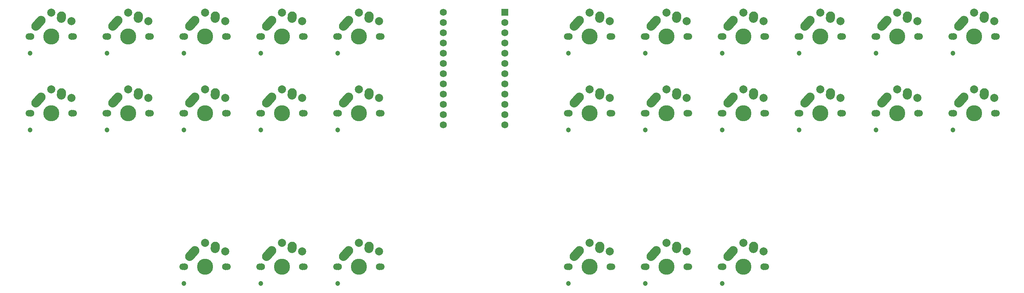
<source format=gts>
G04 #@! TF.GenerationSoftware,KiCad,Pcbnew,(5.1.9)-1*
G04 #@! TF.CreationDate,2021-01-23T16:01:33-08:00*
G04 #@! TF.ProjectId,unisplit_orthosteno,756e6973-706c-4697-945f-6f7274686f73,rev?*
G04 #@! TF.SameCoordinates,Original*
G04 #@! TF.FileFunction,Soldermask,Top*
G04 #@! TF.FilePolarity,Negative*
%FSLAX46Y46*%
G04 Gerber Fmt 4.6, Leading zero omitted, Abs format (unit mm)*
G04 Created by KiCad (PCBNEW (5.1.9)-1) date 2021-01-23 16:01:33*
%MOMM*%
%LPD*%
G01*
G04 APERTURE LIST*
%ADD10C,1.200000*%
%ADD11C,1.700000*%
%ADD12C,2.000000*%
%ADD13C,1.750000*%
%ADD14C,2.250000*%
%ADD15C,3.987800*%
%ADD16C,1.752600*%
%ADD17R,1.752600X1.752600*%
G04 APERTURE END LIST*
D10*
X108286250Y-131200000D03*
D11*
X119006250Y-127000000D03*
X108006250Y-127000000D03*
D12*
X113506250Y-121100000D03*
X118506250Y-123200000D03*
D13*
X118586250Y-127000000D03*
X108426250Y-127000000D03*
D14*
X111006250Y-123000000D03*
D15*
X113506250Y-127000000D03*
G36*
G01*
X108944938Y-125297350D02*
X108944938Y-125297350D01*
G75*
G02*
X108858900Y-123708688I751312J837350D01*
G01*
X110168890Y-122248680D01*
G75*
G02*
X111757552Y-122162642I837350J-751312D01*
G01*
X111757552Y-122162642D01*
G75*
G02*
X111843590Y-123751304I-751312J-837350D01*
G01*
X110533600Y-125211312D01*
G75*
G02*
X108944938Y-125297350I-837350J751312D01*
G01*
G37*
D14*
X116046250Y-121920000D03*
G36*
G01*
X115929733Y-123622395D02*
X115929733Y-123622395D01*
G75*
G02*
X114883855Y-122423483I76517J1122395D01*
G01*
X114923397Y-121843451D01*
G75*
G02*
X116122309Y-120797573I1122395J-76517D01*
G01*
X116122309Y-120797573D01*
G75*
G02*
X117168187Y-121996485I-76517J-1122395D01*
G01*
X117128645Y-122576517D01*
G75*
G02*
X115929733Y-123622395I-1122395J76517D01*
G01*
G37*
D10*
X89236250Y-131200000D03*
D11*
X99956250Y-127000000D03*
X88956250Y-127000000D03*
D12*
X94456250Y-121100000D03*
X99456250Y-123200000D03*
D13*
X99536250Y-127000000D03*
X89376250Y-127000000D03*
D14*
X91956250Y-123000000D03*
D15*
X94456250Y-127000000D03*
G36*
G01*
X89894938Y-125297350D02*
X89894938Y-125297350D01*
G75*
G02*
X89808900Y-123708688I751312J837350D01*
G01*
X91118890Y-122248680D01*
G75*
G02*
X92707552Y-122162642I837350J-751312D01*
G01*
X92707552Y-122162642D01*
G75*
G02*
X92793590Y-123751304I-751312J-837350D01*
G01*
X91483600Y-125211312D01*
G75*
G02*
X89894938Y-125297350I-837350J751312D01*
G01*
G37*
D14*
X96996250Y-121920000D03*
G36*
G01*
X96879733Y-123622395D02*
X96879733Y-123622395D01*
G75*
G02*
X95833855Y-122423483I76517J1122395D01*
G01*
X95873397Y-121843451D01*
G75*
G02*
X97072309Y-120797573I1122395J-76517D01*
G01*
X97072309Y-120797573D01*
G75*
G02*
X98118187Y-121996485I-76517J-1122395D01*
G01*
X98078645Y-122576517D01*
G75*
G02*
X96879733Y-123622395I-1122395J76517D01*
G01*
G37*
D10*
X70186250Y-131200000D03*
D11*
X80906250Y-127000000D03*
X69906250Y-127000000D03*
D12*
X75406250Y-121100000D03*
X80406250Y-123200000D03*
D13*
X80486250Y-127000000D03*
X70326250Y-127000000D03*
D14*
X72906250Y-123000000D03*
D15*
X75406250Y-127000000D03*
G36*
G01*
X70844938Y-125297350D02*
X70844938Y-125297350D01*
G75*
G02*
X70758900Y-123708688I751312J837350D01*
G01*
X72068890Y-122248680D01*
G75*
G02*
X73657552Y-122162642I837350J-751312D01*
G01*
X73657552Y-122162642D01*
G75*
G02*
X73743590Y-123751304I-751312J-837350D01*
G01*
X72433600Y-125211312D01*
G75*
G02*
X70844938Y-125297350I-837350J751312D01*
G01*
G37*
D14*
X77946250Y-121920000D03*
G36*
G01*
X77829733Y-123622395D02*
X77829733Y-123622395D01*
G75*
G02*
X76783855Y-122423483I76517J1122395D01*
G01*
X76823397Y-121843451D01*
G75*
G02*
X78022309Y-120797573I1122395J-76517D01*
G01*
X78022309Y-120797573D01*
G75*
G02*
X79068187Y-121996485I-76517J-1122395D01*
G01*
X79028645Y-122576517D01*
G75*
G02*
X77829733Y-123622395I-1122395J76517D01*
G01*
G37*
D10*
X203536250Y-131200000D03*
D11*
X214256250Y-127000000D03*
X203256250Y-127000000D03*
D12*
X208756250Y-121100000D03*
X213756250Y-123200000D03*
D13*
X213836250Y-127000000D03*
X203676250Y-127000000D03*
D14*
X206256250Y-123000000D03*
D15*
X208756250Y-127000000D03*
G36*
G01*
X204194938Y-125297350D02*
X204194938Y-125297350D01*
G75*
G02*
X204108900Y-123708688I751312J837350D01*
G01*
X205418890Y-122248680D01*
G75*
G02*
X207007552Y-122162642I837350J-751312D01*
G01*
X207007552Y-122162642D01*
G75*
G02*
X207093590Y-123751304I-751312J-837350D01*
G01*
X205783600Y-125211312D01*
G75*
G02*
X204194938Y-125297350I-837350J751312D01*
G01*
G37*
D14*
X211296250Y-121920000D03*
G36*
G01*
X211179733Y-123622395D02*
X211179733Y-123622395D01*
G75*
G02*
X210133855Y-122423483I76517J1122395D01*
G01*
X210173397Y-121843451D01*
G75*
G02*
X211372309Y-120797573I1122395J-76517D01*
G01*
X211372309Y-120797573D01*
G75*
G02*
X212418187Y-121996485I-76517J-1122395D01*
G01*
X212378645Y-122576517D01*
G75*
G02*
X211179733Y-123622395I-1122395J76517D01*
G01*
G37*
D10*
X89236250Y-93100000D03*
D11*
X99956250Y-88900000D03*
X88956250Y-88900000D03*
D12*
X94456250Y-83000000D03*
X99456250Y-85100000D03*
D13*
X99536250Y-88900000D03*
X89376250Y-88900000D03*
D14*
X91956250Y-84900000D03*
D15*
X94456250Y-88900000D03*
G36*
G01*
X89894938Y-87197350D02*
X89894938Y-87197350D01*
G75*
G02*
X89808900Y-85608688I751312J837350D01*
G01*
X91118890Y-84148680D01*
G75*
G02*
X92707552Y-84062642I837350J-751312D01*
G01*
X92707552Y-84062642D01*
G75*
G02*
X92793590Y-85651304I-751312J-837350D01*
G01*
X91483600Y-87111312D01*
G75*
G02*
X89894938Y-87197350I-837350J751312D01*
G01*
G37*
D14*
X96996250Y-83820000D03*
G36*
G01*
X96879733Y-85522395D02*
X96879733Y-85522395D01*
G75*
G02*
X95833855Y-84323483I76517J1122395D01*
G01*
X95873397Y-83743451D01*
G75*
G02*
X97072309Y-82697573I1122395J-76517D01*
G01*
X97072309Y-82697573D01*
G75*
G02*
X98118187Y-83896485I-76517J-1122395D01*
G01*
X98078645Y-84476517D01*
G75*
G02*
X96879733Y-85522395I-1122395J76517D01*
G01*
G37*
D10*
X70186250Y-74050000D03*
D11*
X80906250Y-69850000D03*
X69906250Y-69850000D03*
D12*
X75406250Y-63950000D03*
X80406250Y-66050000D03*
D13*
X80486250Y-69850000D03*
X70326250Y-69850000D03*
D14*
X72906250Y-65850000D03*
D15*
X75406250Y-69850000D03*
G36*
G01*
X70844938Y-68147350D02*
X70844938Y-68147350D01*
G75*
G02*
X70758900Y-66558688I751312J837350D01*
G01*
X72068890Y-65098680D01*
G75*
G02*
X73657552Y-65012642I837350J-751312D01*
G01*
X73657552Y-65012642D01*
G75*
G02*
X73743590Y-66601304I-751312J-837350D01*
G01*
X72433600Y-68061312D01*
G75*
G02*
X70844938Y-68147350I-837350J751312D01*
G01*
G37*
D14*
X77946250Y-64770000D03*
G36*
G01*
X77829733Y-66472395D02*
X77829733Y-66472395D01*
G75*
G02*
X76783855Y-65273483I76517J1122395D01*
G01*
X76823397Y-64693451D01*
G75*
G02*
X78022309Y-63647573I1122395J-76517D01*
G01*
X78022309Y-63647573D01*
G75*
G02*
X79068187Y-64846485I-76517J-1122395D01*
G01*
X79028645Y-65426517D01*
G75*
G02*
X77829733Y-66472395I-1122395J76517D01*
G01*
G37*
D10*
X51136250Y-93100000D03*
D11*
X61856250Y-88900000D03*
X50856250Y-88900000D03*
D12*
X56356250Y-83000000D03*
X61356250Y-85100000D03*
D13*
X61436250Y-88900000D03*
X51276250Y-88900000D03*
D14*
X53856250Y-84900000D03*
D15*
X56356250Y-88900000D03*
G36*
G01*
X51794938Y-87197350D02*
X51794938Y-87197350D01*
G75*
G02*
X51708900Y-85608688I751312J837350D01*
G01*
X53018890Y-84148680D01*
G75*
G02*
X54607552Y-84062642I837350J-751312D01*
G01*
X54607552Y-84062642D01*
G75*
G02*
X54693590Y-85651304I-751312J-837350D01*
G01*
X53383600Y-87111312D01*
G75*
G02*
X51794938Y-87197350I-837350J751312D01*
G01*
G37*
D14*
X58896250Y-83820000D03*
G36*
G01*
X58779733Y-85522395D02*
X58779733Y-85522395D01*
G75*
G02*
X57733855Y-84323483I76517J1122395D01*
G01*
X57773397Y-83743451D01*
G75*
G02*
X58972309Y-82697573I1122395J-76517D01*
G01*
X58972309Y-82697573D01*
G75*
G02*
X60018187Y-83896485I-76517J-1122395D01*
G01*
X59978645Y-84476517D01*
G75*
G02*
X58779733Y-85522395I-1122395J76517D01*
G01*
G37*
D10*
X32086250Y-93100000D03*
D11*
X42806250Y-88900000D03*
X31806250Y-88900000D03*
D12*
X37306250Y-83000000D03*
X42306250Y-85100000D03*
D13*
X42386250Y-88900000D03*
X32226250Y-88900000D03*
D14*
X34806250Y-84900000D03*
D15*
X37306250Y-88900000D03*
G36*
G01*
X32744938Y-87197350D02*
X32744938Y-87197350D01*
G75*
G02*
X32658900Y-85608688I751312J837350D01*
G01*
X33968890Y-84148680D01*
G75*
G02*
X35557552Y-84062642I837350J-751312D01*
G01*
X35557552Y-84062642D01*
G75*
G02*
X35643590Y-85651304I-751312J-837350D01*
G01*
X34333600Y-87111312D01*
G75*
G02*
X32744938Y-87197350I-837350J751312D01*
G01*
G37*
D14*
X39846250Y-83820000D03*
G36*
G01*
X39729733Y-85522395D02*
X39729733Y-85522395D01*
G75*
G02*
X38683855Y-84323483I76517J1122395D01*
G01*
X38723397Y-83743451D01*
G75*
G02*
X39922309Y-82697573I1122395J-76517D01*
G01*
X39922309Y-82697573D01*
G75*
G02*
X40968187Y-83896485I-76517J-1122395D01*
G01*
X40928645Y-84476517D01*
G75*
G02*
X39729733Y-85522395I-1122395J76517D01*
G01*
G37*
D10*
X32086250Y-74050000D03*
D11*
X42806250Y-69850000D03*
X31806250Y-69850000D03*
D12*
X37306250Y-63950000D03*
X42306250Y-66050000D03*
D13*
X42386250Y-69850000D03*
X32226250Y-69850000D03*
D14*
X34806250Y-65850000D03*
D15*
X37306250Y-69850000D03*
G36*
G01*
X32744938Y-68147350D02*
X32744938Y-68147350D01*
G75*
G02*
X32658900Y-66558688I751312J837350D01*
G01*
X33968890Y-65098680D01*
G75*
G02*
X35557552Y-65012642I837350J-751312D01*
G01*
X35557552Y-65012642D01*
G75*
G02*
X35643590Y-66601304I-751312J-837350D01*
G01*
X34333600Y-68061312D01*
G75*
G02*
X32744938Y-68147350I-837350J751312D01*
G01*
G37*
D14*
X39846250Y-64770000D03*
G36*
G01*
X39729733Y-66472395D02*
X39729733Y-66472395D01*
G75*
G02*
X38683855Y-65273483I76517J1122395D01*
G01*
X38723397Y-64693451D01*
G75*
G02*
X39922309Y-63647573I1122395J-76517D01*
G01*
X39922309Y-63647573D01*
G75*
G02*
X40968187Y-64846485I-76517J-1122395D01*
G01*
X40928645Y-65426517D01*
G75*
G02*
X39729733Y-66472395I-1122395J76517D01*
G01*
G37*
D10*
X108286250Y-93100000D03*
D11*
X119006250Y-88900000D03*
X108006250Y-88900000D03*
D12*
X113506250Y-83000000D03*
X118506250Y-85100000D03*
D13*
X118586250Y-88900000D03*
X108426250Y-88900000D03*
D14*
X111006250Y-84900000D03*
D15*
X113506250Y-88900000D03*
G36*
G01*
X108944938Y-87197350D02*
X108944938Y-87197350D01*
G75*
G02*
X108858900Y-85608688I751312J837350D01*
G01*
X110168890Y-84148680D01*
G75*
G02*
X111757552Y-84062642I837350J-751312D01*
G01*
X111757552Y-84062642D01*
G75*
G02*
X111843590Y-85651304I-751312J-837350D01*
G01*
X110533600Y-87111312D01*
G75*
G02*
X108944938Y-87197350I-837350J751312D01*
G01*
G37*
D14*
X116046250Y-83820000D03*
G36*
G01*
X115929733Y-85522395D02*
X115929733Y-85522395D01*
G75*
G02*
X114883855Y-84323483I76517J1122395D01*
G01*
X114923397Y-83743451D01*
G75*
G02*
X116122309Y-82697573I1122395J-76517D01*
G01*
X116122309Y-82697573D01*
G75*
G02*
X117168187Y-83896485I-76517J-1122395D01*
G01*
X117128645Y-84476517D01*
G75*
G02*
X115929733Y-85522395I-1122395J76517D01*
G01*
G37*
D10*
X108286250Y-74050000D03*
D11*
X119006250Y-69850000D03*
X108006250Y-69850000D03*
D12*
X113506250Y-63950000D03*
X118506250Y-66050000D03*
D13*
X118586250Y-69850000D03*
X108426250Y-69850000D03*
D14*
X111006250Y-65850000D03*
D15*
X113506250Y-69850000D03*
G36*
G01*
X108944938Y-68147350D02*
X108944938Y-68147350D01*
G75*
G02*
X108858900Y-66558688I751312J837350D01*
G01*
X110168890Y-65098680D01*
G75*
G02*
X111757552Y-65012642I837350J-751312D01*
G01*
X111757552Y-65012642D01*
G75*
G02*
X111843590Y-66601304I-751312J-837350D01*
G01*
X110533600Y-68061312D01*
G75*
G02*
X108944938Y-68147350I-837350J751312D01*
G01*
G37*
D14*
X116046250Y-64770000D03*
G36*
G01*
X115929733Y-66472395D02*
X115929733Y-66472395D01*
G75*
G02*
X114883855Y-65273483I76517J1122395D01*
G01*
X114923397Y-64693451D01*
G75*
G02*
X116122309Y-63647573I1122395J-76517D01*
G01*
X116122309Y-63647573D01*
G75*
G02*
X117168187Y-64846485I-76517J-1122395D01*
G01*
X117128645Y-65426517D01*
G75*
G02*
X115929733Y-66472395I-1122395J76517D01*
G01*
G37*
D16*
X134461250Y-63817500D03*
X149701250Y-91757500D03*
X134461250Y-66357500D03*
X134461250Y-68897500D03*
X134461250Y-71437500D03*
X134461250Y-73977500D03*
X134461250Y-76517500D03*
X134461250Y-79057500D03*
X134461250Y-81597500D03*
X134461250Y-84137500D03*
X134461250Y-86677500D03*
X134461250Y-89217500D03*
X134461250Y-91757500D03*
X149701250Y-89217500D03*
X149701250Y-86677500D03*
X149701250Y-84137500D03*
X149701250Y-81597500D03*
X149701250Y-79057500D03*
X149701250Y-76517500D03*
X149701250Y-73977500D03*
X149701250Y-71437500D03*
X149701250Y-68897500D03*
X149701250Y-66357500D03*
D17*
X149701250Y-63817500D03*
D10*
X184486250Y-131200000D03*
D11*
X195206250Y-127000000D03*
X184206250Y-127000000D03*
D12*
X189706250Y-121100000D03*
X194706250Y-123200000D03*
D13*
X194786250Y-127000000D03*
X184626250Y-127000000D03*
D14*
X187206250Y-123000000D03*
D15*
X189706250Y-127000000D03*
G36*
G01*
X185144938Y-125297350D02*
X185144938Y-125297350D01*
G75*
G02*
X185058900Y-123708688I751312J837350D01*
G01*
X186368890Y-122248680D01*
G75*
G02*
X187957552Y-122162642I837350J-751312D01*
G01*
X187957552Y-122162642D01*
G75*
G02*
X188043590Y-123751304I-751312J-837350D01*
G01*
X186733600Y-125211312D01*
G75*
G02*
X185144938Y-125297350I-837350J751312D01*
G01*
G37*
D14*
X192246250Y-121920000D03*
G36*
G01*
X192129733Y-123622395D02*
X192129733Y-123622395D01*
G75*
G02*
X191083855Y-122423483I76517J1122395D01*
G01*
X191123397Y-121843451D01*
G75*
G02*
X192322309Y-120797573I1122395J-76517D01*
G01*
X192322309Y-120797573D01*
G75*
G02*
X193368187Y-121996485I-76517J-1122395D01*
G01*
X193328645Y-122576517D01*
G75*
G02*
X192129733Y-123622395I-1122395J76517D01*
G01*
G37*
D10*
X165436250Y-131200000D03*
D11*
X176156250Y-127000000D03*
X165156250Y-127000000D03*
D12*
X170656250Y-121100000D03*
X175656250Y-123200000D03*
D13*
X175736250Y-127000000D03*
X165576250Y-127000000D03*
D14*
X168156250Y-123000000D03*
D15*
X170656250Y-127000000D03*
G36*
G01*
X166094938Y-125297350D02*
X166094938Y-125297350D01*
G75*
G02*
X166008900Y-123708688I751312J837350D01*
G01*
X167318890Y-122248680D01*
G75*
G02*
X168907552Y-122162642I837350J-751312D01*
G01*
X168907552Y-122162642D01*
G75*
G02*
X168993590Y-123751304I-751312J-837350D01*
G01*
X167683600Y-125211312D01*
G75*
G02*
X166094938Y-125297350I-837350J751312D01*
G01*
G37*
D14*
X173196250Y-121920000D03*
G36*
G01*
X173079733Y-123622395D02*
X173079733Y-123622395D01*
G75*
G02*
X172033855Y-122423483I76517J1122395D01*
G01*
X172073397Y-121843451D01*
G75*
G02*
X173272309Y-120797573I1122395J-76517D01*
G01*
X173272309Y-120797573D01*
G75*
G02*
X174318187Y-121996485I-76517J-1122395D01*
G01*
X174278645Y-122576517D01*
G75*
G02*
X173079733Y-123622395I-1122395J76517D01*
G01*
G37*
D10*
X260686250Y-93100000D03*
D11*
X271406250Y-88900000D03*
X260406250Y-88900000D03*
D12*
X265906250Y-83000000D03*
X270906250Y-85100000D03*
D13*
X270986250Y-88900000D03*
X260826250Y-88900000D03*
D14*
X263406250Y-84900000D03*
D15*
X265906250Y-88900000D03*
G36*
G01*
X261344938Y-87197350D02*
X261344938Y-87197350D01*
G75*
G02*
X261258900Y-85608688I751312J837350D01*
G01*
X262568890Y-84148680D01*
G75*
G02*
X264157552Y-84062642I837350J-751312D01*
G01*
X264157552Y-84062642D01*
G75*
G02*
X264243590Y-85651304I-751312J-837350D01*
G01*
X262933600Y-87111312D01*
G75*
G02*
X261344938Y-87197350I-837350J751312D01*
G01*
G37*
D14*
X268446250Y-83820000D03*
G36*
G01*
X268329733Y-85522395D02*
X268329733Y-85522395D01*
G75*
G02*
X267283855Y-84323483I76517J1122395D01*
G01*
X267323397Y-83743451D01*
G75*
G02*
X268522309Y-82697573I1122395J-76517D01*
G01*
X268522309Y-82697573D01*
G75*
G02*
X269568187Y-83896485I-76517J-1122395D01*
G01*
X269528645Y-84476517D01*
G75*
G02*
X268329733Y-85522395I-1122395J76517D01*
G01*
G37*
D10*
X241636250Y-93100000D03*
D11*
X252356250Y-88900000D03*
X241356250Y-88900000D03*
D12*
X246856250Y-83000000D03*
X251856250Y-85100000D03*
D13*
X251936250Y-88900000D03*
X241776250Y-88900000D03*
D14*
X244356250Y-84900000D03*
D15*
X246856250Y-88900000D03*
G36*
G01*
X242294938Y-87197350D02*
X242294938Y-87197350D01*
G75*
G02*
X242208900Y-85608688I751312J837350D01*
G01*
X243518890Y-84148680D01*
G75*
G02*
X245107552Y-84062642I837350J-751312D01*
G01*
X245107552Y-84062642D01*
G75*
G02*
X245193590Y-85651304I-751312J-837350D01*
G01*
X243883600Y-87111312D01*
G75*
G02*
X242294938Y-87197350I-837350J751312D01*
G01*
G37*
D14*
X249396250Y-83820000D03*
G36*
G01*
X249279733Y-85522395D02*
X249279733Y-85522395D01*
G75*
G02*
X248233855Y-84323483I76517J1122395D01*
G01*
X248273397Y-83743451D01*
G75*
G02*
X249472309Y-82697573I1122395J-76517D01*
G01*
X249472309Y-82697573D01*
G75*
G02*
X250518187Y-83896485I-76517J-1122395D01*
G01*
X250478645Y-84476517D01*
G75*
G02*
X249279733Y-85522395I-1122395J76517D01*
G01*
G37*
D10*
X222586250Y-93100000D03*
D11*
X233306250Y-88900000D03*
X222306250Y-88900000D03*
D12*
X227806250Y-83000000D03*
X232806250Y-85100000D03*
D13*
X232886250Y-88900000D03*
X222726250Y-88900000D03*
D14*
X225306250Y-84900000D03*
D15*
X227806250Y-88900000D03*
G36*
G01*
X223244938Y-87197350D02*
X223244938Y-87197350D01*
G75*
G02*
X223158900Y-85608688I751312J837350D01*
G01*
X224468890Y-84148680D01*
G75*
G02*
X226057552Y-84062642I837350J-751312D01*
G01*
X226057552Y-84062642D01*
G75*
G02*
X226143590Y-85651304I-751312J-837350D01*
G01*
X224833600Y-87111312D01*
G75*
G02*
X223244938Y-87197350I-837350J751312D01*
G01*
G37*
D14*
X230346250Y-83820000D03*
G36*
G01*
X230229733Y-85522395D02*
X230229733Y-85522395D01*
G75*
G02*
X229183855Y-84323483I76517J1122395D01*
G01*
X229223397Y-83743451D01*
G75*
G02*
X230422309Y-82697573I1122395J-76517D01*
G01*
X230422309Y-82697573D01*
G75*
G02*
X231468187Y-83896485I-76517J-1122395D01*
G01*
X231428645Y-84476517D01*
G75*
G02*
X230229733Y-85522395I-1122395J76517D01*
G01*
G37*
D10*
X203536250Y-93100000D03*
D11*
X214256250Y-88900000D03*
X203256250Y-88900000D03*
D12*
X208756250Y-83000000D03*
X213756250Y-85100000D03*
D13*
X213836250Y-88900000D03*
X203676250Y-88900000D03*
D14*
X206256250Y-84900000D03*
D15*
X208756250Y-88900000D03*
G36*
G01*
X204194938Y-87197350D02*
X204194938Y-87197350D01*
G75*
G02*
X204108900Y-85608688I751312J837350D01*
G01*
X205418890Y-84148680D01*
G75*
G02*
X207007552Y-84062642I837350J-751312D01*
G01*
X207007552Y-84062642D01*
G75*
G02*
X207093590Y-85651304I-751312J-837350D01*
G01*
X205783600Y-87111312D01*
G75*
G02*
X204194938Y-87197350I-837350J751312D01*
G01*
G37*
D14*
X211296250Y-83820000D03*
G36*
G01*
X211179733Y-85522395D02*
X211179733Y-85522395D01*
G75*
G02*
X210133855Y-84323483I76517J1122395D01*
G01*
X210173397Y-83743451D01*
G75*
G02*
X211372309Y-82697573I1122395J-76517D01*
G01*
X211372309Y-82697573D01*
G75*
G02*
X212418187Y-83896485I-76517J-1122395D01*
G01*
X212378645Y-84476517D01*
G75*
G02*
X211179733Y-85522395I-1122395J76517D01*
G01*
G37*
D10*
X184486250Y-93100000D03*
D11*
X195206250Y-88900000D03*
X184206250Y-88900000D03*
D12*
X189706250Y-83000000D03*
X194706250Y-85100000D03*
D13*
X194786250Y-88900000D03*
X184626250Y-88900000D03*
D14*
X187206250Y-84900000D03*
D15*
X189706250Y-88900000D03*
G36*
G01*
X185144938Y-87197350D02*
X185144938Y-87197350D01*
G75*
G02*
X185058900Y-85608688I751312J837350D01*
G01*
X186368890Y-84148680D01*
G75*
G02*
X187957552Y-84062642I837350J-751312D01*
G01*
X187957552Y-84062642D01*
G75*
G02*
X188043590Y-85651304I-751312J-837350D01*
G01*
X186733600Y-87111312D01*
G75*
G02*
X185144938Y-87197350I-837350J751312D01*
G01*
G37*
D14*
X192246250Y-83820000D03*
G36*
G01*
X192129733Y-85522395D02*
X192129733Y-85522395D01*
G75*
G02*
X191083855Y-84323483I76517J1122395D01*
G01*
X191123397Y-83743451D01*
G75*
G02*
X192322309Y-82697573I1122395J-76517D01*
G01*
X192322309Y-82697573D01*
G75*
G02*
X193368187Y-83896485I-76517J-1122395D01*
G01*
X193328645Y-84476517D01*
G75*
G02*
X192129733Y-85522395I-1122395J76517D01*
G01*
G37*
D10*
X165436250Y-93100000D03*
D11*
X176156250Y-88900000D03*
X165156250Y-88900000D03*
D12*
X170656250Y-83000000D03*
X175656250Y-85100000D03*
D13*
X175736250Y-88900000D03*
X165576250Y-88900000D03*
D14*
X168156250Y-84900000D03*
D15*
X170656250Y-88900000D03*
G36*
G01*
X166094938Y-87197350D02*
X166094938Y-87197350D01*
G75*
G02*
X166008900Y-85608688I751312J837350D01*
G01*
X167318890Y-84148680D01*
G75*
G02*
X168907552Y-84062642I837350J-751312D01*
G01*
X168907552Y-84062642D01*
G75*
G02*
X168993590Y-85651304I-751312J-837350D01*
G01*
X167683600Y-87111312D01*
G75*
G02*
X166094938Y-87197350I-837350J751312D01*
G01*
G37*
D14*
X173196250Y-83820000D03*
G36*
G01*
X173079733Y-85522395D02*
X173079733Y-85522395D01*
G75*
G02*
X172033855Y-84323483I76517J1122395D01*
G01*
X172073397Y-83743451D01*
G75*
G02*
X173272309Y-82697573I1122395J-76517D01*
G01*
X173272309Y-82697573D01*
G75*
G02*
X174318187Y-83896485I-76517J-1122395D01*
G01*
X174278645Y-84476517D01*
G75*
G02*
X173079733Y-85522395I-1122395J76517D01*
G01*
G37*
D10*
X70186250Y-93100000D03*
D11*
X80906250Y-88900000D03*
X69906250Y-88900000D03*
D12*
X75406250Y-83000000D03*
X80406250Y-85100000D03*
D13*
X80486250Y-88900000D03*
X70326250Y-88900000D03*
D14*
X72906250Y-84900000D03*
D15*
X75406250Y-88900000D03*
G36*
G01*
X70844938Y-87197350D02*
X70844938Y-87197350D01*
G75*
G02*
X70758900Y-85608688I751312J837350D01*
G01*
X72068890Y-84148680D01*
G75*
G02*
X73657552Y-84062642I837350J-751312D01*
G01*
X73657552Y-84062642D01*
G75*
G02*
X73743590Y-85651304I-751312J-837350D01*
G01*
X72433600Y-87111312D01*
G75*
G02*
X70844938Y-87197350I-837350J751312D01*
G01*
G37*
D14*
X77946250Y-83820000D03*
G36*
G01*
X77829733Y-85522395D02*
X77829733Y-85522395D01*
G75*
G02*
X76783855Y-84323483I76517J1122395D01*
G01*
X76823397Y-83743451D01*
G75*
G02*
X78022309Y-82697573I1122395J-76517D01*
G01*
X78022309Y-82697573D01*
G75*
G02*
X79068187Y-83896485I-76517J-1122395D01*
G01*
X79028645Y-84476517D01*
G75*
G02*
X77829733Y-85522395I-1122395J76517D01*
G01*
G37*
D10*
X260686250Y-74050000D03*
D11*
X271406250Y-69850000D03*
X260406250Y-69850000D03*
D12*
X265906250Y-63950000D03*
X270906250Y-66050000D03*
D13*
X270986250Y-69850000D03*
X260826250Y-69850000D03*
D14*
X263406250Y-65850000D03*
D15*
X265906250Y-69850000D03*
G36*
G01*
X261344938Y-68147350D02*
X261344938Y-68147350D01*
G75*
G02*
X261258900Y-66558688I751312J837350D01*
G01*
X262568890Y-65098680D01*
G75*
G02*
X264157552Y-65012642I837350J-751312D01*
G01*
X264157552Y-65012642D01*
G75*
G02*
X264243590Y-66601304I-751312J-837350D01*
G01*
X262933600Y-68061312D01*
G75*
G02*
X261344938Y-68147350I-837350J751312D01*
G01*
G37*
D14*
X268446250Y-64770000D03*
G36*
G01*
X268329733Y-66472395D02*
X268329733Y-66472395D01*
G75*
G02*
X267283855Y-65273483I76517J1122395D01*
G01*
X267323397Y-64693451D01*
G75*
G02*
X268522309Y-63647573I1122395J-76517D01*
G01*
X268522309Y-63647573D01*
G75*
G02*
X269568187Y-64846485I-76517J-1122395D01*
G01*
X269528645Y-65426517D01*
G75*
G02*
X268329733Y-66472395I-1122395J76517D01*
G01*
G37*
D10*
X241636250Y-74050000D03*
D11*
X252356250Y-69850000D03*
X241356250Y-69850000D03*
D12*
X246856250Y-63950000D03*
X251856250Y-66050000D03*
D13*
X251936250Y-69850000D03*
X241776250Y-69850000D03*
D14*
X244356250Y-65850000D03*
D15*
X246856250Y-69850000D03*
G36*
G01*
X242294938Y-68147350D02*
X242294938Y-68147350D01*
G75*
G02*
X242208900Y-66558688I751312J837350D01*
G01*
X243518890Y-65098680D01*
G75*
G02*
X245107552Y-65012642I837350J-751312D01*
G01*
X245107552Y-65012642D01*
G75*
G02*
X245193590Y-66601304I-751312J-837350D01*
G01*
X243883600Y-68061312D01*
G75*
G02*
X242294938Y-68147350I-837350J751312D01*
G01*
G37*
D14*
X249396250Y-64770000D03*
G36*
G01*
X249279733Y-66472395D02*
X249279733Y-66472395D01*
G75*
G02*
X248233855Y-65273483I76517J1122395D01*
G01*
X248273397Y-64693451D01*
G75*
G02*
X249472309Y-63647573I1122395J-76517D01*
G01*
X249472309Y-63647573D01*
G75*
G02*
X250518187Y-64846485I-76517J-1122395D01*
G01*
X250478645Y-65426517D01*
G75*
G02*
X249279733Y-66472395I-1122395J76517D01*
G01*
G37*
D10*
X222586250Y-74050000D03*
D11*
X233306250Y-69850000D03*
X222306250Y-69850000D03*
D12*
X227806250Y-63950000D03*
X232806250Y-66050000D03*
D13*
X232886250Y-69850000D03*
X222726250Y-69850000D03*
D14*
X225306250Y-65850000D03*
D15*
X227806250Y-69850000D03*
G36*
G01*
X223244938Y-68147350D02*
X223244938Y-68147350D01*
G75*
G02*
X223158900Y-66558688I751312J837350D01*
G01*
X224468890Y-65098680D01*
G75*
G02*
X226057552Y-65012642I837350J-751312D01*
G01*
X226057552Y-65012642D01*
G75*
G02*
X226143590Y-66601304I-751312J-837350D01*
G01*
X224833600Y-68061312D01*
G75*
G02*
X223244938Y-68147350I-837350J751312D01*
G01*
G37*
D14*
X230346250Y-64770000D03*
G36*
G01*
X230229733Y-66472395D02*
X230229733Y-66472395D01*
G75*
G02*
X229183855Y-65273483I76517J1122395D01*
G01*
X229223397Y-64693451D01*
G75*
G02*
X230422309Y-63647573I1122395J-76517D01*
G01*
X230422309Y-63647573D01*
G75*
G02*
X231468187Y-64846485I-76517J-1122395D01*
G01*
X231428645Y-65426517D01*
G75*
G02*
X230229733Y-66472395I-1122395J76517D01*
G01*
G37*
D10*
X203536250Y-74050000D03*
D11*
X214256250Y-69850000D03*
X203256250Y-69850000D03*
D12*
X208756250Y-63950000D03*
X213756250Y-66050000D03*
D13*
X213836250Y-69850000D03*
X203676250Y-69850000D03*
D14*
X206256250Y-65850000D03*
D15*
X208756250Y-69850000D03*
G36*
G01*
X204194938Y-68147350D02*
X204194938Y-68147350D01*
G75*
G02*
X204108900Y-66558688I751312J837350D01*
G01*
X205418890Y-65098680D01*
G75*
G02*
X207007552Y-65012642I837350J-751312D01*
G01*
X207007552Y-65012642D01*
G75*
G02*
X207093590Y-66601304I-751312J-837350D01*
G01*
X205783600Y-68061312D01*
G75*
G02*
X204194938Y-68147350I-837350J751312D01*
G01*
G37*
D14*
X211296250Y-64770000D03*
G36*
G01*
X211179733Y-66472395D02*
X211179733Y-66472395D01*
G75*
G02*
X210133855Y-65273483I76517J1122395D01*
G01*
X210173397Y-64693451D01*
G75*
G02*
X211372309Y-63647573I1122395J-76517D01*
G01*
X211372309Y-63647573D01*
G75*
G02*
X212418187Y-64846485I-76517J-1122395D01*
G01*
X212378645Y-65426517D01*
G75*
G02*
X211179733Y-66472395I-1122395J76517D01*
G01*
G37*
D10*
X184486250Y-74050000D03*
D11*
X195206250Y-69850000D03*
X184206250Y-69850000D03*
D12*
X189706250Y-63950000D03*
X194706250Y-66050000D03*
D13*
X194786250Y-69850000D03*
X184626250Y-69850000D03*
D14*
X187206250Y-65850000D03*
D15*
X189706250Y-69850000D03*
G36*
G01*
X185144938Y-68147350D02*
X185144938Y-68147350D01*
G75*
G02*
X185058900Y-66558688I751312J837350D01*
G01*
X186368890Y-65098680D01*
G75*
G02*
X187957552Y-65012642I837350J-751312D01*
G01*
X187957552Y-65012642D01*
G75*
G02*
X188043590Y-66601304I-751312J-837350D01*
G01*
X186733600Y-68061312D01*
G75*
G02*
X185144938Y-68147350I-837350J751312D01*
G01*
G37*
D14*
X192246250Y-64770000D03*
G36*
G01*
X192129733Y-66472395D02*
X192129733Y-66472395D01*
G75*
G02*
X191083855Y-65273483I76517J1122395D01*
G01*
X191123397Y-64693451D01*
G75*
G02*
X192322309Y-63647573I1122395J-76517D01*
G01*
X192322309Y-63647573D01*
G75*
G02*
X193368187Y-64846485I-76517J-1122395D01*
G01*
X193328645Y-65426517D01*
G75*
G02*
X192129733Y-66472395I-1122395J76517D01*
G01*
G37*
D10*
X165436250Y-74050000D03*
D11*
X176156250Y-69850000D03*
X165156250Y-69850000D03*
D12*
X170656250Y-63950000D03*
X175656250Y-66050000D03*
D13*
X175736250Y-69850000D03*
X165576250Y-69850000D03*
D14*
X168156250Y-65850000D03*
D15*
X170656250Y-69850000D03*
G36*
G01*
X166094938Y-68147350D02*
X166094938Y-68147350D01*
G75*
G02*
X166008900Y-66558688I751312J837350D01*
G01*
X167318890Y-65098680D01*
G75*
G02*
X168907552Y-65012642I837350J-751312D01*
G01*
X168907552Y-65012642D01*
G75*
G02*
X168993590Y-66601304I-751312J-837350D01*
G01*
X167683600Y-68061312D01*
G75*
G02*
X166094938Y-68147350I-837350J751312D01*
G01*
G37*
D14*
X173196250Y-64770000D03*
G36*
G01*
X173079733Y-66472395D02*
X173079733Y-66472395D01*
G75*
G02*
X172033855Y-65273483I76517J1122395D01*
G01*
X172073397Y-64693451D01*
G75*
G02*
X173272309Y-63647573I1122395J-76517D01*
G01*
X173272309Y-63647573D01*
G75*
G02*
X174318187Y-64846485I-76517J-1122395D01*
G01*
X174278645Y-65426517D01*
G75*
G02*
X173079733Y-66472395I-1122395J76517D01*
G01*
G37*
D10*
X89236250Y-74050000D03*
D11*
X99956250Y-69850000D03*
X88956250Y-69850000D03*
D12*
X94456250Y-63950000D03*
X99456250Y-66050000D03*
D13*
X99536250Y-69850000D03*
X89376250Y-69850000D03*
D14*
X91956250Y-65850000D03*
D15*
X94456250Y-69850000D03*
G36*
G01*
X89894938Y-68147350D02*
X89894938Y-68147350D01*
G75*
G02*
X89808900Y-66558688I751312J837350D01*
G01*
X91118890Y-65098680D01*
G75*
G02*
X92707552Y-65012642I837350J-751312D01*
G01*
X92707552Y-65012642D01*
G75*
G02*
X92793590Y-66601304I-751312J-837350D01*
G01*
X91483600Y-68061312D01*
G75*
G02*
X89894938Y-68147350I-837350J751312D01*
G01*
G37*
D14*
X96996250Y-64770000D03*
G36*
G01*
X96879733Y-66472395D02*
X96879733Y-66472395D01*
G75*
G02*
X95833855Y-65273483I76517J1122395D01*
G01*
X95873397Y-64693451D01*
G75*
G02*
X97072309Y-63647573I1122395J-76517D01*
G01*
X97072309Y-63647573D01*
G75*
G02*
X98118187Y-64846485I-76517J-1122395D01*
G01*
X98078645Y-65426517D01*
G75*
G02*
X96879733Y-66472395I-1122395J76517D01*
G01*
G37*
D10*
X51136250Y-74050000D03*
D11*
X61856250Y-69850000D03*
X50856250Y-69850000D03*
D12*
X56356250Y-63950000D03*
X61356250Y-66050000D03*
D13*
X61436250Y-69850000D03*
X51276250Y-69850000D03*
D14*
X53856250Y-65850000D03*
D15*
X56356250Y-69850000D03*
G36*
G01*
X51794938Y-68147350D02*
X51794938Y-68147350D01*
G75*
G02*
X51708900Y-66558688I751312J837350D01*
G01*
X53018890Y-65098680D01*
G75*
G02*
X54607552Y-65012642I837350J-751312D01*
G01*
X54607552Y-65012642D01*
G75*
G02*
X54693590Y-66601304I-751312J-837350D01*
G01*
X53383600Y-68061312D01*
G75*
G02*
X51794938Y-68147350I-837350J751312D01*
G01*
G37*
D14*
X58896250Y-64770000D03*
G36*
G01*
X58779733Y-66472395D02*
X58779733Y-66472395D01*
G75*
G02*
X57733855Y-65273483I76517J1122395D01*
G01*
X57773397Y-64693451D01*
G75*
G02*
X58972309Y-63647573I1122395J-76517D01*
G01*
X58972309Y-63647573D01*
G75*
G02*
X60018187Y-64846485I-76517J-1122395D01*
G01*
X59978645Y-65426517D01*
G75*
G02*
X58779733Y-66472395I-1122395J76517D01*
G01*
G37*
M02*

</source>
